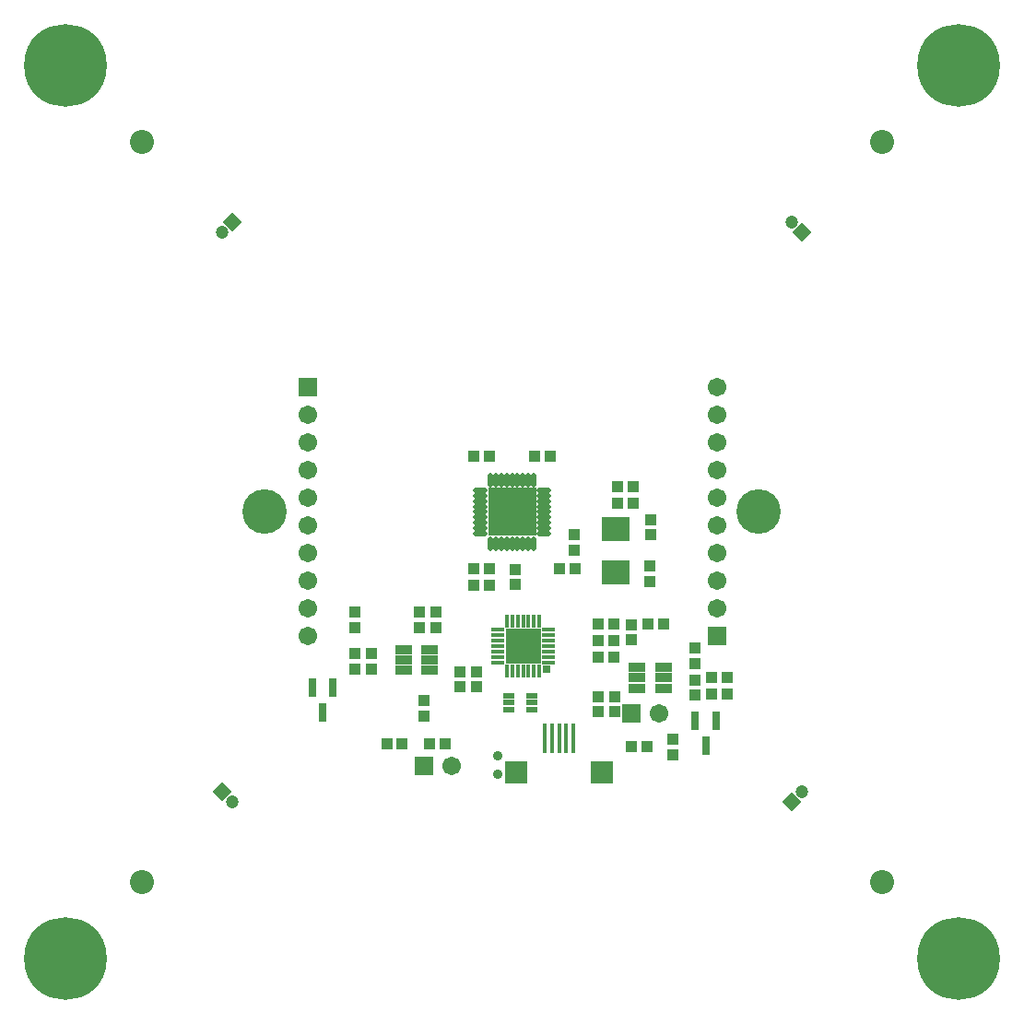
<source format=gbs>
G04 Layer_Color=16711935*
%FSLAX25Y25*%
%MOIN*%
G70*
G01*
G75*
%ADD89R,0.03950X0.04343*%
%ADD98R,0.04343X0.03950*%
%ADD101R,0.10249X0.08674*%
%ADD113C,0.03556*%
%ADD114P,0.06699X4X360.0*%
%ADD115C,0.04737*%
%ADD116P,0.06699X4X90.0*%
%ADD117C,0.29934*%
%ADD118C,0.08674*%
%ADD119R,0.06706X0.06706*%
%ADD120C,0.06706*%
%ADD121R,0.06706X0.06706*%
%ADD122C,0.16084*%
%ADD123R,0.03162X0.06509*%
%ADD124R,0.05918X0.03556*%
%ADD125R,0.03950X0.02375*%
%ADD126R,0.01784X0.10642*%
%ADD127R,0.08280X0.08280*%
%ADD128R,0.17729X0.17729*%
%ADD129O,0.05328X0.01784*%
%ADD130O,0.01784X0.05328*%
%ADD131R,0.13123X0.13123*%
%ADD132R,0.04934X0.01784*%
%ADD133R,0.01784X0.04934*%
%ADD134R,0.02768X0.02768*%
D89*
X160756Y101000D02*
D03*
X155244D02*
D03*
X145256D02*
D03*
X139744D02*
D03*
X216244Y132500D02*
D03*
X221756D02*
D03*
X221756Y144500D02*
D03*
X216244D02*
D03*
X216244Y138500D02*
D03*
X221756D02*
D03*
X233756Y100000D02*
D03*
X228244D02*
D03*
X239756Y144500D02*
D03*
X234244D02*
D03*
X257244Y119000D02*
D03*
X262756D02*
D03*
X257244Y125000D02*
D03*
X262756D02*
D03*
X207756Y164500D02*
D03*
X202244D02*
D03*
X171244Y205000D02*
D03*
X176756D02*
D03*
X193244D02*
D03*
X198756D02*
D03*
X223244Y194000D02*
D03*
X228756D02*
D03*
X223244Y188000D02*
D03*
X228756D02*
D03*
X171244Y158500D02*
D03*
X176756D02*
D03*
X171244Y164500D02*
D03*
X176756D02*
D03*
D98*
X134000Y128244D02*
D03*
Y133756D02*
D03*
X128000Y133756D02*
D03*
Y128244D02*
D03*
Y148756D02*
D03*
Y143244D02*
D03*
X151500Y148756D02*
D03*
Y143244D02*
D03*
X157500Y148756D02*
D03*
Y143244D02*
D03*
X172000Y127256D02*
D03*
Y121744D02*
D03*
X153000Y111244D02*
D03*
Y116756D02*
D03*
X166000Y127256D02*
D03*
Y121744D02*
D03*
X216000Y112744D02*
D03*
Y118256D02*
D03*
X222000Y112744D02*
D03*
Y118256D02*
D03*
X243000Y102756D02*
D03*
Y97244D02*
D03*
X228000Y144256D02*
D03*
Y138744D02*
D03*
X251000Y124256D02*
D03*
Y118744D02*
D03*
Y135756D02*
D03*
Y130244D02*
D03*
X235000Y182256D02*
D03*
Y176744D02*
D03*
X234944Y165465D02*
D03*
Y159953D02*
D03*
X186000Y164256D02*
D03*
Y158744D02*
D03*
X207500Y171244D02*
D03*
Y176756D02*
D03*
D101*
X222500Y178874D02*
D03*
Y163126D02*
D03*
D113*
X179980Y96866D02*
D03*
X179980Y90134D02*
D03*
D114*
X80232Y83768D02*
D03*
X289768Y286232D02*
D03*
D115*
X83768Y80232D02*
D03*
X289768Y83768D02*
D03*
X286232Y289768D02*
D03*
X80232Y286232D02*
D03*
D116*
X286232Y80232D02*
D03*
X83768Y289768D02*
D03*
D117*
X23622Y346457D02*
D03*
X346457D02*
D03*
Y23622D02*
D03*
X23622D02*
D03*
D118*
X51181Y51181D02*
D03*
Y318898D02*
D03*
X318898D02*
D03*
Y51181D02*
D03*
D119*
X111000Y230000D02*
D03*
X259000Y140000D02*
D03*
D120*
X111000Y220000D02*
D03*
Y200000D02*
D03*
Y190000D02*
D03*
Y180000D02*
D03*
Y170000D02*
D03*
Y160000D02*
D03*
Y150000D02*
D03*
Y140000D02*
D03*
Y210000D02*
D03*
X259000Y160000D02*
D03*
Y230000D02*
D03*
Y220000D02*
D03*
Y210000D02*
D03*
Y200000D02*
D03*
Y190000D02*
D03*
Y180000D02*
D03*
Y170000D02*
D03*
Y150000D02*
D03*
X238000Y112000D02*
D03*
X163000Y93000D02*
D03*
D121*
X228000Y112000D02*
D03*
X153000Y93000D02*
D03*
D122*
X95653Y185004D02*
D03*
X274236Y185083D02*
D03*
D123*
X112760Y121626D02*
D03*
X120240D02*
D03*
X116500Y112374D02*
D03*
X251260Y109626D02*
D03*
X258740D02*
D03*
X255000Y100374D02*
D03*
D124*
X145776Y127760D02*
D03*
Y131500D02*
D03*
Y135240D02*
D03*
X155224D02*
D03*
Y131500D02*
D03*
Y127760D02*
D03*
X239724Y128740D02*
D03*
Y125000D02*
D03*
Y121260D02*
D03*
X230276D02*
D03*
Y125000D02*
D03*
Y128740D02*
D03*
D125*
X192232Y113441D02*
D03*
Y116000D02*
D03*
Y118559D02*
D03*
X183768D02*
D03*
Y116000D02*
D03*
Y113441D02*
D03*
D126*
X207118Y103092D02*
D03*
X204559D02*
D03*
X202000D02*
D03*
X199441D02*
D03*
X196882D02*
D03*
D127*
X217551Y90908D02*
D03*
X186449D02*
D03*
D128*
X185000Y185000D02*
D03*
D129*
X196516Y177126D02*
D03*
Y179095D02*
D03*
Y181063D02*
D03*
Y183031D02*
D03*
Y185000D02*
D03*
Y186969D02*
D03*
Y188937D02*
D03*
Y190905D02*
D03*
Y192874D02*
D03*
X173484D02*
D03*
Y190905D02*
D03*
Y188937D02*
D03*
Y186969D02*
D03*
Y185000D02*
D03*
Y183031D02*
D03*
Y181063D02*
D03*
Y179095D02*
D03*
Y177126D02*
D03*
D130*
X192874Y196516D02*
D03*
X190905D02*
D03*
X188937D02*
D03*
X186969D02*
D03*
X185000D02*
D03*
X179095D02*
D03*
X177126D02*
D03*
Y173484D02*
D03*
X179095D02*
D03*
X181063D02*
D03*
X183031D02*
D03*
X185000D02*
D03*
X186969D02*
D03*
X188937D02*
D03*
X190905D02*
D03*
X192874D02*
D03*
X181063Y196516D02*
D03*
X183031D02*
D03*
D131*
X189000Y136500D02*
D03*
D132*
X198055Y130595D02*
D03*
Y132563D02*
D03*
Y134531D02*
D03*
Y136500D02*
D03*
Y138469D02*
D03*
Y140437D02*
D03*
Y142405D02*
D03*
X179945D02*
D03*
Y140437D02*
D03*
Y138469D02*
D03*
Y136500D02*
D03*
Y134531D02*
D03*
Y132563D02*
D03*
Y130595D02*
D03*
D133*
X194905Y145555D02*
D03*
X192937D02*
D03*
X190969D02*
D03*
X189000D02*
D03*
X187031D02*
D03*
X185063D02*
D03*
X183095D02*
D03*
Y127445D02*
D03*
X185063D02*
D03*
X187031D02*
D03*
X189000D02*
D03*
X190969D02*
D03*
X192937D02*
D03*
X194905D02*
D03*
D134*
X197500Y128000D02*
D03*
M02*

</source>
